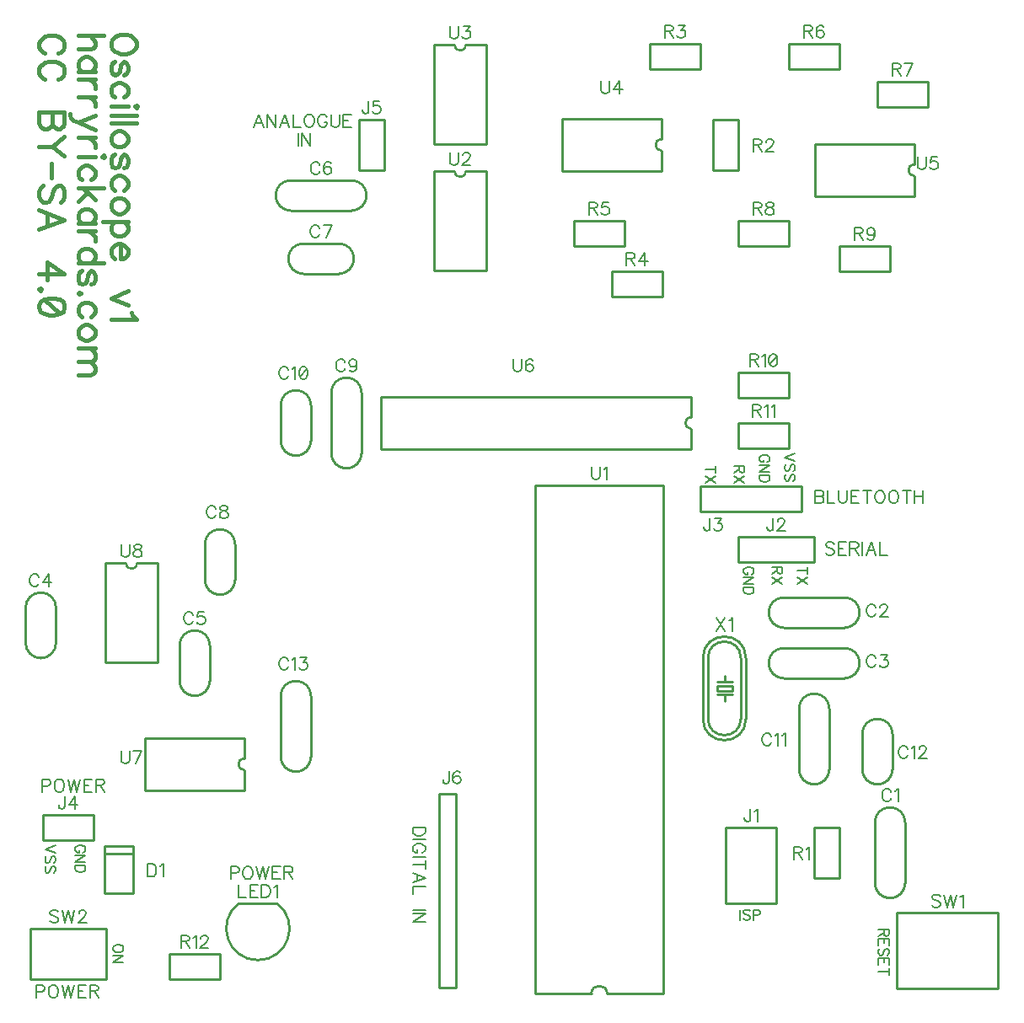
<source format=gto>
G04 DipTrace Beta 2.3.5.2*
%INscope.GTO*%
%MOIN*%
%ADD10C,0.0098*%
%ADD63C,0.0077*%
%ADD64C,0.0154*%
%ADD65C,0.0062*%
%FSLAX44Y44*%
G04*
G70*
G90*
G75*
G01*
%LNTopSilk*%
%LPD*%
X39040Y11139D2*
D10*
Y8741D1*
X37840Y11139D2*
Y8741D1*
G03X39040Y8741I600J-1D01*
G01*
Y11139D2*
G03X37840Y11139I-600J1D01*
G01*
X34241Y20040D2*
X36639D1*
X34241Y18840D2*
X36639D1*
G03X36639Y20040I1J600D01*
G01*
X34241D2*
G03X34241Y18840I-1J-600D01*
G01*
Y18040D2*
X36639D1*
X34241Y16840D2*
X36639D1*
G03X36639Y18040I1J600D01*
G01*
X34241D2*
G03X34241Y16840I-1J-600D01*
G01*
X4253Y19635D2*
Y18236D1*
X5453Y19635D2*
Y18236D1*
X4253D2*
G03X5453Y18236I600J-1D01*
G01*
Y19635D2*
G03X4253Y19635I-600J1D01*
G01*
X11540Y16741D2*
Y18139D1*
X10340Y16741D2*
Y18139D1*
X11540D2*
G03X10340Y18139I-600J1D01*
G01*
Y16741D2*
G03X11540Y16741I600J-1D01*
G01*
X14741Y36540D2*
X17139D1*
X14741Y35340D2*
X17139D1*
G03X17139Y36540I1J600D01*
G01*
X14741D2*
G03X14741Y35340I-1J-600D01*
G01*
X15241Y32840D2*
X16639D1*
X15241Y34040D2*
X16639D1*
Y32840D2*
G03X16639Y34040I1J600D01*
G01*
X15241D2*
G03X15241Y32840I-1J-600D01*
G01*
X11340Y22139D2*
Y20741D1*
X12540Y22139D2*
Y20741D1*
X11340D2*
G03X12540Y20741I600J-1D01*
G01*
Y22139D2*
G03X11340Y22139I-600J1D01*
G01*
X17540Y28139D2*
Y25741D1*
X16340Y28139D2*
Y25741D1*
G03X17540Y25741I600J-1D01*
G01*
Y28139D2*
G03X16340Y28139I-600J1D01*
G01*
X14340Y27639D2*
Y26241D1*
X15540Y27639D2*
Y26241D1*
X14340D2*
G03X15540Y26241I600J-1D01*
G01*
Y27639D2*
G03X14340Y27639I-600J1D01*
G01*
X36040Y15639D2*
Y13241D1*
X34840Y15639D2*
Y13241D1*
G03X36040Y13241I600J-1D01*
G01*
Y15639D2*
G03X34840Y15639I-600J1D01*
G01*
X37340Y14639D2*
Y13241D1*
X38540Y14639D2*
Y13241D1*
X37340D2*
G03X38540Y13241I600J-1D01*
G01*
Y14639D2*
G03X37340Y14639I-600J1D01*
G01*
X14340Y13741D2*
Y16139D1*
X15540Y13741D2*
Y16139D1*
G03X14340Y16139I-600J1D01*
G01*
Y13741D2*
G03X15540Y13741I600J-1D01*
G01*
X7389Y10211D2*
X8491D1*
Y10191D2*
Y8339D1*
X7389Y9912D2*
X8491D1*
X7389Y8339D2*
X8491D1*
X7389Y10191D2*
Y8339D1*
X33940Y10940D2*
X31940D1*
Y7940D1*
X33940D1*
Y10940D1*
X32440Y22440D2*
X35440D1*
Y21440D1*
X32440D1*
Y22440D1*
X30940Y24440D2*
X34940D1*
Y23440D1*
X30940D1*
Y24440D1*
X4940Y11440D2*
X6940D1*
Y10440D1*
X4940D1*
Y11440D1*
X18440Y38940D2*
X17440D1*
Y36940D1*
X18440D1*
Y38940D1*
X20612Y4612D2*
X21268D1*
Y12268D1*
X20612D1*
Y4612D1*
X12691Y7940D2*
X14189D1*
X12688Y7938D2*
G03X14192Y7938I752J-998D01*
G01*
X36440Y10938D2*
Y8942D1*
X35440D2*
X36440D1*
X35440Y10938D2*
Y8942D1*
Y10938D2*
X36440D1*
X31440Y36942D2*
Y38938D1*
X32440D2*
X31440D1*
X32440Y36942D2*
Y38938D1*
Y36942D2*
X31440D1*
X30938Y40940D2*
X28942D1*
Y41940D2*
Y40940D1*
X30938Y41940D2*
X28942D1*
X30938D2*
Y40940D1*
X29438Y31940D2*
X27442D1*
Y32940D2*
Y31940D1*
X29438Y32940D2*
X27442D1*
X29438D2*
Y31940D1*
X27938Y33940D2*
X25942D1*
Y34940D2*
Y33940D1*
X27938Y34940D2*
X25942D1*
X27938D2*
Y33940D1*
X36438Y40940D2*
X34442D1*
Y41940D2*
Y40940D1*
X36438Y41940D2*
X34442D1*
X36438D2*
Y40940D1*
X39938Y39440D2*
X37942D1*
Y40440D2*
Y39440D1*
X39938Y40440D2*
X37942D1*
X39938D2*
Y39440D1*
X34438Y33940D2*
X32442D1*
Y34940D2*
Y33940D1*
X34438Y34940D2*
X32442D1*
X34438D2*
Y33940D1*
X38438Y32940D2*
X36442D1*
Y33940D2*
Y32940D1*
X38438Y33940D2*
X36442D1*
X38438D2*
Y32940D1*
X32442Y28940D2*
X34438D1*
Y27940D2*
Y28940D1*
X32442Y27940D2*
X34438D1*
X32442D2*
Y28940D1*
Y26940D2*
X34438D1*
Y25940D2*
Y26940D1*
X32442Y25940D2*
X34438D1*
X32442D2*
Y26940D1*
X11938Y4940D2*
X9942D1*
Y5940D2*
Y4940D1*
X11938Y5940D2*
X9942D1*
X11938D2*
Y4940D1*
X42720Y7555D2*
X38720D1*
Y4555D1*
X42720D1*
Y7555D1*
X7440Y4940D2*
X4440D1*
Y6940D1*
X7440D1*
Y4940D1*
X29460Y4401D2*
Y24479D1*
X24420D1*
Y4401D2*
Y24479D1*
X29460Y4361D2*
X27255D1*
X24420D2*
X26625D1*
X27255D2*
G03X26625Y4361I-315J-1D01*
G01*
X22464Y36909D2*
Y32971D1*
X20416D2*
X22464D1*
X20416Y36909D2*
Y32971D1*
Y36909D2*
X21204D1*
X22464D2*
X21676D1*
X21204D2*
G03X21676Y36909I236J0D01*
G01*
X22464Y41909D2*
Y37971D1*
X20416D2*
X22464D1*
X20416Y41909D2*
Y37971D1*
Y41909D2*
X21204D1*
X22464D2*
X21676D1*
X21204D2*
G03X21676Y41909I236J0D01*
G01*
X29409Y36916D2*
X25471D1*
Y38964D2*
Y36916D1*
X29409Y38964D2*
X25471D1*
X29409D2*
Y38176D1*
Y36916D2*
Y37704D1*
Y38176D2*
G03X29409Y37704I0J-236D01*
G01*
X39409Y35916D2*
X35471D1*
Y37964D2*
Y35916D1*
X39409Y37964D2*
X35471D1*
X39409D2*
Y37176D1*
Y35916D2*
Y36704D1*
Y37176D2*
G03X39409Y36704I0J-236D01*
G01*
X30582Y25916D2*
X18298D1*
Y27964D2*
Y25916D1*
X30582Y27964D2*
X18298D1*
X30582D2*
Y27176D1*
Y25916D2*
Y26704D1*
Y27176D2*
G03X30582Y26704I0J-236D01*
G01*
X12909Y12416D2*
X8971D1*
Y14464D2*
Y12416D1*
X12909Y14464D2*
X8971D1*
X12909D2*
Y13676D1*
Y12416D2*
Y13204D1*
Y13676D2*
G03X12909Y13204I0J-236D01*
G01*
X9464Y21409D2*
Y17471D1*
X7416D2*
X9464D1*
X7416Y21409D2*
Y17471D1*
Y21409D2*
X8204D1*
X9464D2*
X8676D1*
X8204D2*
G03X8676Y21409I236J0D01*
G01*
X32740Y15240D2*
Y17640D1*
X31040Y15240D2*
Y17640D1*
X32540Y15240D2*
Y17640D1*
X31240D2*
Y15240D1*
X31590Y16340D2*
Y16540D1*
X32190D1*
Y16340D1*
X31590D1*
Y16690D2*
X31890D1*
X32190D1*
X31590Y16190D2*
X31890D1*
X32190D1*
X31890Y16690D2*
Y16940D1*
Y16190D2*
Y15940D1*
X31040Y15240D2*
G03X32740Y15240I850J0D01*
G01*
Y17640D2*
G03X31040Y17640I-850J0D01*
G01*
X31240Y15240D2*
G03X32540Y15240I650J0D01*
G01*
Y17640D2*
G03X31240Y17640I-650J0D01*
G01*
X38482Y12353D2*
D63*
X38458Y12400D1*
X38410Y12448D1*
X38363Y12472D1*
X38267D1*
X38219Y12448D1*
X38172Y12400D1*
X38147Y12353D1*
X38123Y12281D1*
Y12161D1*
X38147Y12090D1*
X38172Y12042D1*
X38219Y11994D1*
X38267Y11970D1*
X38363D1*
X38410Y11994D1*
X38458Y12042D1*
X38482Y12090D1*
X38637Y12376D2*
X38685Y12400D1*
X38757Y12472D1*
Y11970D1*
X37875Y19653D2*
X37851Y19700D1*
X37803Y19748D1*
X37755Y19772D1*
X37660D1*
X37612Y19748D1*
X37564Y19700D1*
X37540Y19653D1*
X37516Y19581D1*
Y19461D1*
X37540Y19390D1*
X37564Y19342D1*
X37612Y19294D1*
X37660Y19270D1*
X37755D1*
X37803Y19294D1*
X37851Y19342D1*
X37875Y19390D1*
X38053Y19652D2*
Y19676D1*
X38077Y19724D1*
X38101Y19748D1*
X38149Y19772D1*
X38245D1*
X38292Y19748D1*
X38316Y19724D1*
X38340Y19676D1*
Y19629D1*
X38316Y19580D1*
X38268Y19509D1*
X38029Y19270D1*
X38364D1*
X37875Y17653D2*
X37851Y17700D1*
X37803Y17748D1*
X37755Y17772D1*
X37660D1*
X37612Y17748D1*
X37564Y17700D1*
X37540Y17653D1*
X37516Y17581D1*
Y17461D1*
X37540Y17390D1*
X37564Y17342D1*
X37612Y17294D1*
X37660Y17270D1*
X37755D1*
X37803Y17294D1*
X37851Y17342D1*
X37875Y17390D1*
X38077Y17772D2*
X38340D1*
X38197Y17580D1*
X38268D1*
X38316Y17557D1*
X38340Y17533D1*
X38364Y17461D1*
Y17414D1*
X38340Y17342D1*
X38292Y17294D1*
X38220Y17270D1*
X38148D1*
X38077Y17294D1*
X38053Y17318D1*
X38029Y17365D1*
X4776Y20848D2*
X4752Y20896D1*
X4704Y20944D1*
X4657Y20968D1*
X4561D1*
X4513Y20944D1*
X4465Y20896D1*
X4441Y20848D1*
X4417Y20776D1*
Y20657D1*
X4441Y20585D1*
X4465Y20537D1*
X4513Y20490D1*
X4561Y20465D1*
X4657D1*
X4704Y20490D1*
X4752Y20537D1*
X4776Y20585D1*
X5170Y20465D2*
Y20967D1*
X4930Y20633D1*
X5289D1*
X10875Y19353D2*
X10851Y19400D1*
X10803Y19448D1*
X10755Y19472D1*
X10660D1*
X10612Y19448D1*
X10564Y19400D1*
X10540Y19353D1*
X10516Y19281D1*
Y19161D1*
X10540Y19090D1*
X10564Y19042D1*
X10612Y18994D1*
X10660Y18970D1*
X10755D1*
X10803Y18994D1*
X10851Y19042D1*
X10875Y19090D1*
X11316Y19472D2*
X11077D1*
X11053Y19257D1*
X11077Y19280D1*
X11149Y19305D1*
X11220D1*
X11292Y19280D1*
X11340Y19233D1*
X11364Y19161D1*
Y19114D1*
X11340Y19042D1*
X11292Y18994D1*
X11220Y18970D1*
X11149D1*
X11077Y18994D1*
X11053Y19018D1*
X11029Y19065D1*
X15887Y37153D2*
X15863Y37200D1*
X15815Y37248D1*
X15767Y37272D1*
X15672D1*
X15624Y37248D1*
X15576Y37200D1*
X15552Y37153D1*
X15528Y37081D1*
Y36961D1*
X15552Y36890D1*
X15576Y36842D1*
X15624Y36794D1*
X15672Y36770D1*
X15767D1*
X15815Y36794D1*
X15863Y36842D1*
X15887Y36890D1*
X16328Y37200D2*
X16304Y37248D1*
X16232Y37272D1*
X16185D1*
X16113Y37248D1*
X16065Y37176D1*
X16041Y37057D1*
Y36937D1*
X16065Y36842D1*
X16113Y36794D1*
X16185Y36770D1*
X16209D1*
X16280Y36794D1*
X16328Y36842D1*
X16352Y36914D1*
Y36937D1*
X16328Y37009D1*
X16280Y37057D1*
X16209Y37080D1*
X16185D1*
X16113Y37057D1*
X16065Y37009D1*
X16041Y36937D1*
X15875Y34653D2*
X15851Y34700D1*
X15803Y34748D1*
X15755Y34772D1*
X15660D1*
X15612Y34748D1*
X15564Y34700D1*
X15540Y34653D1*
X15516Y34581D1*
Y34461D1*
X15540Y34390D1*
X15564Y34342D1*
X15612Y34294D1*
X15660Y34270D1*
X15755D1*
X15803Y34294D1*
X15851Y34342D1*
X15875Y34390D1*
X16125Y34270D2*
X16364Y34772D1*
X16029D1*
X11775Y23553D2*
X11751Y23600D1*
X11703Y23648D1*
X11656Y23672D1*
X11560D1*
X11512Y23648D1*
X11464Y23600D1*
X11440Y23553D1*
X11416Y23481D1*
Y23361D1*
X11440Y23290D1*
X11464Y23242D1*
X11512Y23194D1*
X11560Y23170D1*
X11656D1*
X11703Y23194D1*
X11751Y23242D1*
X11775Y23290D1*
X12049Y23672D2*
X11977Y23648D1*
X11953Y23600D1*
Y23552D1*
X11977Y23505D1*
X12025Y23480D1*
X12121Y23457D1*
X12192Y23433D1*
X12240Y23385D1*
X12264Y23337D1*
Y23265D1*
X12240Y23218D1*
X12216Y23194D1*
X12144Y23170D1*
X12049D1*
X11977Y23194D1*
X11953Y23218D1*
X11929Y23265D1*
Y23337D1*
X11953Y23385D1*
X12001Y23433D1*
X12073Y23457D1*
X12168Y23480D1*
X12216Y23505D1*
X12240Y23552D1*
Y23600D1*
X12216Y23648D1*
X12144Y23672D1*
X12049D1*
X16887Y29353D2*
X16863Y29400D1*
X16815Y29448D1*
X16767Y29472D1*
X16672D1*
X16623Y29448D1*
X16576Y29400D1*
X16552Y29353D1*
X16528Y29281D1*
Y29161D1*
X16552Y29090D1*
X16576Y29042D1*
X16623Y28994D1*
X16672Y28970D1*
X16767D1*
X16815Y28994D1*
X16863Y29042D1*
X16887Y29090D1*
X17352Y29305D2*
X17328Y29233D1*
X17280Y29185D1*
X17208Y29161D1*
X17185D1*
X17113Y29185D1*
X17065Y29233D1*
X17041Y29305D1*
Y29329D1*
X17065Y29400D1*
X17113Y29448D1*
X17185Y29472D1*
X17208D1*
X17280Y29448D1*
X17328Y29400D1*
X17352Y29305D1*
Y29185D1*
X17328Y29065D1*
X17280Y28994D1*
X17208Y28970D1*
X17161D1*
X17089Y28994D1*
X17065Y29042D1*
X14638Y29053D2*
X14614Y29100D1*
X14566Y29148D1*
X14518Y29172D1*
X14423D1*
X14374Y29148D1*
X14327Y29100D1*
X14303Y29053D1*
X14279Y28981D1*
Y28861D1*
X14303Y28790D1*
X14327Y28742D1*
X14374Y28694D1*
X14423Y28670D1*
X14518D1*
X14566Y28694D1*
X14614Y28742D1*
X14638Y28790D1*
X14792Y29076D2*
X14840Y29100D1*
X14912Y29172D1*
Y28670D1*
X15210Y29172D2*
X15138Y29148D1*
X15090Y29076D1*
X15066Y28957D1*
Y28885D1*
X15090Y28765D1*
X15138Y28694D1*
X15210Y28670D1*
X15257D1*
X15329Y28694D1*
X15377Y28765D1*
X15401Y28885D1*
Y28957D1*
X15377Y29076D1*
X15329Y29148D1*
X15257Y29172D1*
X15210D1*
X15377Y29076D2*
X15090Y28765D1*
X33745Y14553D2*
X33721Y14600D1*
X33673Y14648D1*
X33626Y14672D1*
X33530D1*
X33482Y14648D1*
X33434Y14600D1*
X33410Y14553D1*
X33386Y14481D1*
Y14361D1*
X33410Y14290D1*
X33434Y14242D1*
X33482Y14194D1*
X33530Y14170D1*
X33626D1*
X33673Y14194D1*
X33721Y14242D1*
X33745Y14290D1*
X33899Y14576D2*
X33947Y14600D1*
X34019Y14672D1*
Y14170D1*
X34174Y14576D2*
X34222Y14600D1*
X34294Y14672D1*
Y14170D1*
X39138Y14053D2*
X39114Y14100D1*
X39066Y14148D1*
X39018Y14172D1*
X38923D1*
X38874Y14148D1*
X38827Y14100D1*
X38803Y14053D1*
X38779Y13981D1*
Y13861D1*
X38803Y13790D1*
X38827Y13742D1*
X38874Y13694D1*
X38923Y13670D1*
X39018D1*
X39066Y13694D1*
X39114Y13742D1*
X39138Y13790D1*
X39292Y14076D2*
X39340Y14100D1*
X39412Y14172D1*
Y13670D1*
X39591Y14052D2*
Y14076D1*
X39614Y14124D1*
X39638Y14148D1*
X39686Y14172D1*
X39782D1*
X39829Y14148D1*
X39853Y14124D1*
X39877Y14076D1*
Y14029D1*
X39853Y13980D1*
X39806Y13909D1*
X39566Y13670D1*
X39901D1*
X14638Y17553D2*
X14614Y17600D1*
X14566Y17648D1*
X14518Y17672D1*
X14423D1*
X14374Y17648D1*
X14327Y17600D1*
X14303Y17553D1*
X14279Y17481D1*
Y17361D1*
X14303Y17290D1*
X14327Y17242D1*
X14374Y17194D1*
X14423Y17170D1*
X14518D1*
X14566Y17194D1*
X14614Y17242D1*
X14638Y17290D1*
X14792Y17576D2*
X14840Y17600D1*
X14912Y17672D1*
Y17170D1*
X15114Y17672D2*
X15377D1*
X15234Y17480D1*
X15306D1*
X15353Y17457D1*
X15377Y17433D1*
X15401Y17361D1*
Y17314D1*
X15377Y17242D1*
X15329Y17194D1*
X15257Y17170D1*
X15186D1*
X15114Y17194D1*
X15091Y17218D1*
X15066Y17265D1*
X9084Y9497D2*
Y8995D1*
X9252D1*
X9324Y9019D1*
X9372Y9066D1*
X9395Y9115D1*
X9419Y9186D1*
Y9306D1*
X9395Y9378D1*
X9372Y9425D1*
X9324Y9473D1*
X9252Y9497D1*
X9084D1*
X9574Y9401D2*
X9622Y9425D1*
X9693Y9496D1*
Y8995D1*
X32922Y11672D2*
Y11290D1*
X32899Y11218D1*
X32874Y11194D1*
X32827Y11170D1*
X32779D1*
X32731Y11194D1*
X32707Y11218D1*
X32683Y11290D1*
Y11337D1*
X33077Y11576D2*
X33125Y11600D1*
X33197Y11672D1*
Y11170D1*
X33815Y23172D2*
Y22790D1*
X33791Y22718D1*
X33767Y22694D1*
X33719Y22670D1*
X33671D1*
X33624Y22694D1*
X33600Y22718D1*
X33576Y22790D1*
Y22837D1*
X33994Y23052D2*
Y23076D1*
X34017Y23124D1*
X34041Y23148D1*
X34089Y23172D1*
X34185D1*
X34232Y23148D1*
X34256Y23124D1*
X34281Y23076D1*
Y23029D1*
X34256Y22980D1*
X34209Y22909D1*
X33969Y22670D1*
X34304D1*
X31315Y23172D2*
Y22790D1*
X31291Y22718D1*
X31267Y22694D1*
X31219Y22670D1*
X31171D1*
X31124Y22694D1*
X31100Y22718D1*
X31076Y22790D1*
Y22837D1*
X31517Y23172D2*
X31780D1*
X31637Y22980D1*
X31709D1*
X31756Y22957D1*
X31780Y22933D1*
X31804Y22861D1*
Y22814D1*
X31780Y22742D1*
X31732Y22694D1*
X31661Y22670D1*
X31589D1*
X31517Y22694D1*
X31494Y22718D1*
X31469Y22765D1*
X5803Y12172D2*
Y11790D1*
X5779Y11718D1*
X5755Y11694D1*
X5707Y11670D1*
X5659D1*
X5612Y11694D1*
X5588Y11718D1*
X5564Y11790D1*
Y11837D1*
X6197Y11670D2*
Y12172D1*
X5958Y11837D1*
X6316D1*
X17815Y39672D2*
Y39290D1*
X17791Y39218D1*
X17767Y39194D1*
X17719Y39170D1*
X17671D1*
X17624Y39194D1*
X17600Y39218D1*
X17576Y39290D1*
Y39337D1*
X18256Y39672D2*
X18017D1*
X17994Y39457D1*
X18017Y39480D1*
X18089Y39505D1*
X18161D1*
X18232Y39480D1*
X18281Y39433D1*
X18304Y39361D1*
Y39314D1*
X18281Y39242D1*
X18232Y39194D1*
X18161Y39170D1*
X18089D1*
X18017Y39194D1*
X17994Y39218D1*
X17969Y39265D1*
X20999Y13172D2*
Y12790D1*
X20975Y12718D1*
X20951Y12694D1*
X20903Y12670D1*
X20855D1*
X20808Y12694D1*
X20784Y12718D1*
X20760Y12790D1*
Y12837D1*
X21440Y13100D2*
X21417Y13148D1*
X21345Y13172D1*
X21297D1*
X21225Y13148D1*
X21177Y13076D1*
X21153Y12957D1*
Y12837D1*
X21177Y12742D1*
X21225Y12694D1*
X21297Y12670D1*
X21321D1*
X21392Y12694D1*
X21440Y12742D1*
X21464Y12814D1*
Y12837D1*
X21440Y12909D1*
X21392Y12957D1*
X21321Y12980D1*
X21297D1*
X21225Y12957D1*
X21177Y12909D1*
X21153Y12837D1*
X12682Y8672D2*
Y8170D1*
X12969D1*
X13434Y8672D2*
X13123D1*
Y8170D1*
X13434D1*
X13123Y8433D2*
X13315D1*
X13588Y8672D2*
Y8170D1*
X13756D1*
X13828Y8194D1*
X13876Y8242D1*
X13900Y8290D1*
X13923Y8361D1*
Y8481D1*
X13900Y8553D1*
X13876Y8600D1*
X13828Y8648D1*
X13756Y8672D1*
X13588D1*
X14078Y8576D2*
X14126Y8600D1*
X14198Y8672D1*
Y8170D1*
X34635Y9933D2*
X34850D1*
X34922Y9957D1*
X34947Y9981D1*
X34970Y10029D1*
Y10077D1*
X34947Y10124D1*
X34922Y10148D1*
X34850Y10172D1*
X34635D1*
Y9670D1*
X34803Y9933D2*
X34970Y9670D1*
X35125Y10076D2*
X35173Y10100D1*
X35245Y10172D1*
Y9670D1*
X33028Y37933D2*
X33243D1*
X33315Y37957D1*
X33339Y37981D1*
X33363Y38029D1*
Y38077D1*
X33339Y38124D1*
X33315Y38148D1*
X33243Y38172D1*
X33028D1*
Y37670D1*
X33195Y37933D2*
X33363Y37670D1*
X33542Y38052D2*
Y38076D1*
X33565Y38124D1*
X33589Y38148D1*
X33637Y38172D1*
X33733D1*
X33780Y38148D1*
X33804Y38124D1*
X33828Y38076D1*
Y38029D1*
X33804Y37980D1*
X33757Y37909D1*
X33517Y37670D1*
X33852D1*
X29528Y42433D2*
X29743D1*
X29815Y42457D1*
X29839Y42481D1*
X29863Y42529D1*
Y42577D1*
X29839Y42624D1*
X29815Y42648D1*
X29743Y42672D1*
X29528D1*
Y42170D1*
X29695Y42433D2*
X29863Y42170D1*
X30065Y42672D2*
X30328D1*
X30185Y42480D1*
X30257D1*
X30304Y42457D1*
X30328Y42433D1*
X30352Y42361D1*
Y42314D1*
X30328Y42242D1*
X30280Y42194D1*
X30208Y42170D1*
X30137D1*
X30065Y42194D1*
X30042Y42218D1*
X30017Y42265D1*
X28016Y33433D2*
X28231D1*
X28303Y33457D1*
X28327Y33481D1*
X28351Y33529D1*
Y33577D1*
X28327Y33624D1*
X28303Y33648D1*
X28231Y33672D1*
X28016D1*
Y33170D1*
X28183Y33433D2*
X28351Y33170D1*
X28745D2*
Y33672D1*
X28505Y33337D1*
X28864D1*
X26528Y35433D2*
X26743D1*
X26815Y35457D1*
X26839Y35481D1*
X26863Y35529D1*
Y35577D1*
X26839Y35624D1*
X26815Y35648D1*
X26743Y35672D1*
X26528D1*
Y35170D1*
X26695Y35433D2*
X26863Y35170D1*
X27304Y35672D2*
X27065D1*
X27042Y35457D1*
X27065Y35480D1*
X27137Y35505D1*
X27208D1*
X27280Y35480D1*
X27328Y35433D1*
X27352Y35361D1*
Y35314D1*
X27328Y35242D1*
X27280Y35194D1*
X27208Y35170D1*
X27137D1*
X27065Y35194D1*
X27042Y35218D1*
X27017Y35265D1*
X35040Y42433D2*
X35255D1*
X35327Y42457D1*
X35351Y42481D1*
X35375Y42529D1*
Y42577D1*
X35351Y42624D1*
X35327Y42648D1*
X35255Y42672D1*
X35040D1*
Y42170D1*
X35207Y42433D2*
X35375Y42170D1*
X35816Y42600D2*
X35792Y42648D1*
X35721Y42672D1*
X35673D1*
X35601Y42648D1*
X35553Y42576D1*
X35529Y42457D1*
Y42337D1*
X35553Y42242D1*
X35601Y42194D1*
X35673Y42170D1*
X35697D1*
X35768Y42194D1*
X35816Y42242D1*
X35840Y42314D1*
Y42337D1*
X35816Y42409D1*
X35768Y42457D1*
X35697Y42480D1*
X35673D1*
X35601Y42457D1*
X35553Y42409D1*
X35529Y42337D1*
X38528Y40933D2*
X38743D1*
X38815Y40957D1*
X38839Y40981D1*
X38863Y41029D1*
Y41077D1*
X38839Y41124D1*
X38815Y41148D1*
X38743Y41172D1*
X38528D1*
Y40670D1*
X38695Y40933D2*
X38863Y40670D1*
X39113D2*
X39352Y41172D1*
X39017D1*
X33028Y35433D2*
X33243D1*
X33315Y35457D1*
X33339Y35481D1*
X33363Y35529D1*
Y35577D1*
X33339Y35624D1*
X33315Y35648D1*
X33243Y35672D1*
X33028D1*
Y35170D1*
X33196Y35433D2*
X33363Y35170D1*
X33637Y35672D2*
X33566Y35648D1*
X33541Y35600D1*
Y35552D1*
X33566Y35505D1*
X33613Y35480D1*
X33709Y35457D1*
X33781Y35433D1*
X33828Y35385D1*
X33852Y35337D1*
Y35265D1*
X33828Y35218D1*
X33804Y35194D1*
X33732Y35170D1*
X33637D1*
X33566Y35194D1*
X33541Y35218D1*
X33517Y35265D1*
Y35337D1*
X33541Y35385D1*
X33589Y35433D1*
X33661Y35457D1*
X33756Y35480D1*
X33804Y35505D1*
X33828Y35552D1*
Y35600D1*
X33804Y35648D1*
X33732Y35672D1*
X33637D1*
X37040Y34433D2*
X37255D1*
X37327Y34457D1*
X37351Y34481D1*
X37375Y34529D1*
Y34577D1*
X37351Y34624D1*
X37327Y34648D1*
X37255Y34672D1*
X37040D1*
Y34170D1*
X37207Y34433D2*
X37375Y34170D1*
X37840Y34505D2*
X37816Y34433D1*
X37768Y34385D1*
X37697Y34361D1*
X37673D1*
X37601Y34385D1*
X37553Y34433D1*
X37529Y34505D1*
Y34529D1*
X37553Y34600D1*
X37601Y34648D1*
X37673Y34672D1*
X37697D1*
X37768Y34648D1*
X37816Y34600D1*
X37840Y34505D1*
Y34385D1*
X37816Y34265D1*
X37768Y34194D1*
X37697Y34170D1*
X37649D1*
X37577Y34194D1*
X37553Y34242D1*
X32891Y29433D2*
X33106D1*
X33178Y29457D1*
X33202Y29481D1*
X33226Y29529D1*
Y29577D1*
X33202Y29624D1*
X33178Y29648D1*
X33106Y29672D1*
X32891D1*
Y29170D1*
X33058Y29433D2*
X33226Y29170D1*
X33380Y29576D2*
X33428Y29600D1*
X33500Y29672D1*
Y29170D1*
X33798Y29672D2*
X33726Y29648D1*
X33678Y29576D1*
X33654Y29457D1*
Y29385D1*
X33678Y29265D1*
X33726Y29194D1*
X33798Y29170D1*
X33846D1*
X33917Y29194D1*
X33965Y29265D1*
X33989Y29385D1*
Y29457D1*
X33965Y29576D1*
X33917Y29648D1*
X33846Y29672D1*
X33798D1*
X33965Y29576D2*
X33678Y29265D1*
X32998Y27433D2*
X33213D1*
X33285Y27457D1*
X33309Y27481D1*
X33333Y27529D1*
Y27577D1*
X33309Y27624D1*
X33285Y27648D1*
X33213Y27672D1*
X32998D1*
Y27170D1*
X33166Y27433D2*
X33333Y27170D1*
X33488Y27576D2*
X33536Y27600D1*
X33607Y27672D1*
Y27170D1*
X33762Y27576D2*
X33810Y27600D1*
X33882Y27672D1*
Y27170D1*
X10391Y6433D2*
X10606D1*
X10678Y6457D1*
X10702Y6481D1*
X10726Y6529D1*
Y6577D1*
X10702Y6624D1*
X10678Y6648D1*
X10606Y6672D1*
X10391D1*
Y6170D1*
X10558Y6433D2*
X10726Y6170D1*
X10880Y6576D2*
X10928Y6600D1*
X11000Y6672D1*
Y6170D1*
X11179Y6552D2*
Y6576D1*
X11202Y6624D1*
X11226Y6648D1*
X11274Y6672D1*
X11370D1*
X11417Y6648D1*
X11441Y6624D1*
X11466Y6576D1*
Y6529D1*
X11441Y6480D1*
X11394Y6409D1*
X11154Y6170D1*
X11489D1*
X40434Y8215D2*
X40386Y8263D1*
X40314Y8287D1*
X40219D1*
X40147Y8263D1*
X40099Y8215D1*
Y8168D1*
X40123Y8120D1*
X40147Y8096D1*
X40194Y8072D1*
X40338Y8024D1*
X40386Y8000D1*
X40410Y7976D1*
X40434Y7929D1*
Y7857D1*
X40386Y7809D1*
X40314Y7785D1*
X40219D1*
X40147Y7809D1*
X40099Y7857D1*
X40588Y8287D2*
X40708Y7785D1*
X40827Y8287D1*
X40947Y7785D1*
X41067Y8287D1*
X41221Y8191D2*
X41269Y8215D1*
X41341Y8287D1*
Y7785D1*
X5546Y7600D2*
X5499Y7648D1*
X5427Y7672D1*
X5331D1*
X5259Y7648D1*
X5211Y7600D1*
Y7553D1*
X5236Y7505D1*
X5259Y7481D1*
X5307Y7457D1*
X5451Y7409D1*
X5499Y7385D1*
X5523Y7361D1*
X5546Y7314D1*
Y7242D1*
X5499Y7194D1*
X5427Y7170D1*
X5331D1*
X5259Y7194D1*
X5211Y7242D1*
X5701Y7672D2*
X5821Y7170D1*
X5940Y7672D1*
X6059Y7170D1*
X6179Y7672D1*
X6358Y7552D2*
Y7576D1*
X6382Y7624D1*
X6406Y7648D1*
X6454Y7672D1*
X6549D1*
X6597Y7648D1*
X6621Y7624D1*
X6645Y7576D1*
Y7529D1*
X6621Y7480D1*
X6573Y7409D1*
X6334Y7170D1*
X6669D1*
X26635Y25212D2*
Y24853D1*
X26659Y24781D1*
X26707Y24734D1*
X26779Y24709D1*
X26827D1*
X26898Y24734D1*
X26947Y24781D1*
X26970Y24853D1*
Y25212D1*
X27125Y25115D2*
X27173Y25140D1*
X27245Y25211D1*
Y24709D1*
X21028Y37641D2*
Y37282D1*
X21052Y37210D1*
X21100Y37163D1*
X21172Y37138D1*
X21219D1*
X21291Y37163D1*
X21339Y37210D1*
X21363Y37282D1*
Y37641D1*
X21542Y37521D2*
Y37545D1*
X21565Y37593D1*
X21589Y37616D1*
X21637Y37640D1*
X21733D1*
X21780Y37616D1*
X21804Y37593D1*
X21828Y37545D1*
Y37497D1*
X21804Y37449D1*
X21757Y37378D1*
X21517Y37138D1*
X21852D1*
X21028Y42641D2*
Y42282D1*
X21052Y42210D1*
X21100Y42163D1*
X21172Y42138D1*
X21219D1*
X21291Y42163D1*
X21339Y42210D1*
X21363Y42282D1*
Y42641D1*
X21565Y42640D2*
X21828D1*
X21685Y42449D1*
X21757D1*
X21804Y42425D1*
X21828Y42401D1*
X21852Y42330D1*
Y42282D1*
X21828Y42210D1*
X21780Y42162D1*
X21708Y42138D1*
X21637D1*
X21565Y42162D1*
X21542Y42186D1*
X21517Y42234D1*
X27016Y40468D2*
Y40109D1*
X27040Y40037D1*
X27088Y39989D1*
X27160Y39965D1*
X27207D1*
X27279Y39989D1*
X27327Y40037D1*
X27351Y40109D1*
Y40468D1*
X27745Y39965D2*
Y40467D1*
X27505Y40133D1*
X27864D1*
X39528Y37468D2*
Y37109D1*
X39552Y37037D1*
X39600Y36989D1*
X39672Y36965D1*
X39719D1*
X39791Y36989D1*
X39839Y37037D1*
X39863Y37109D1*
Y37468D1*
X40304Y37467D2*
X40065D1*
X40042Y37252D1*
X40065Y37276D1*
X40137Y37300D1*
X40208D1*
X40280Y37276D1*
X40328Y37228D1*
X40352Y37156D1*
Y37109D1*
X40328Y37037D1*
X40280Y36989D1*
X40208Y36965D1*
X40137D1*
X40065Y36989D1*
X40042Y37013D1*
X40017Y37061D1*
X23540Y29468D2*
Y29109D1*
X23564Y29037D1*
X23612Y28989D1*
X23684Y28965D1*
X23731D1*
X23803Y28989D1*
X23851Y29037D1*
X23875Y29109D1*
Y29468D1*
X24316Y29396D2*
X24292Y29443D1*
X24221Y29467D1*
X24173D1*
X24101Y29443D1*
X24053Y29371D1*
X24029Y29252D1*
Y29133D1*
X24053Y29037D1*
X24101Y28989D1*
X24173Y28965D1*
X24197D1*
X24268Y28989D1*
X24316Y29037D1*
X24340Y29109D1*
Y29133D1*
X24316Y29204D1*
X24268Y29252D1*
X24197Y29276D1*
X24173D1*
X24101Y29252D1*
X24053Y29204D1*
X24029Y29133D1*
X8028Y13968D2*
Y13609D1*
X8052Y13537D1*
X8100Y13489D1*
X8172Y13465D1*
X8219D1*
X8291Y13489D1*
X8339Y13537D1*
X8363Y13609D1*
Y13968D1*
X8613Y13465D2*
X8852Y13967D1*
X8517D1*
X8028Y22141D2*
Y21782D1*
X8052Y21710D1*
X8100Y21663D1*
X8172Y21638D1*
X8219D1*
X8291Y21663D1*
X8339Y21710D1*
X8363Y21782D1*
Y22141D1*
X8637Y22140D2*
X8566Y22116D1*
X8541Y22069D1*
Y22021D1*
X8566Y21973D1*
X8613Y21949D1*
X8709Y21925D1*
X8781Y21901D1*
X8828Y21853D1*
X8852Y21806D1*
Y21734D1*
X8828Y21686D1*
X8804Y21662D1*
X8732Y21638D1*
X8637D1*
X8566Y21662D1*
X8541Y21686D1*
X8517Y21734D1*
Y21806D1*
X8541Y21853D1*
X8589Y21901D1*
X8661Y21925D1*
X8756Y21949D1*
X8804Y21973D1*
X8828Y22021D1*
Y22069D1*
X8804Y22116D1*
X8732Y22140D1*
X8637D1*
X31585Y19222D2*
X31920Y18720D1*
Y19222D2*
X31585Y18720D1*
X32075Y19126D2*
X32123Y19150D1*
X32195Y19222D1*
Y18720D1*
X8631Y42018D2*
D64*
X8583Y42115D1*
X8487Y42210D1*
X8392Y42258D1*
X8248Y42306D1*
X8008D1*
X7866Y42258D1*
X7770Y42210D1*
X7674Y42115D1*
X7626Y42018D1*
Y41827D1*
X7674Y41732D1*
X7770Y41636D1*
X7866Y41588D1*
X8008Y41541D1*
X8248D1*
X8392Y41588D1*
X8487Y41636D1*
X8583Y41732D1*
X8631Y41827D1*
Y42018D1*
X8152Y40706D2*
X8248Y40754D1*
X8296Y40897D1*
Y41041D1*
X8248Y41185D1*
X8152Y41232D1*
X8057Y41185D1*
X8008Y41088D1*
X7961Y40850D1*
X7913Y40754D1*
X7817Y40706D1*
X7770D1*
X7674Y40754D1*
X7626Y40897D1*
Y41041D1*
X7674Y41185D1*
X7770Y41232D1*
X8152Y39822D2*
X8248Y39919D1*
X8296Y40015D1*
Y40157D1*
X8248Y40254D1*
X8152Y40349D1*
X8008Y40397D1*
X7913D1*
X7770Y40349D1*
X7674Y40254D1*
X7626Y40157D1*
Y40015D1*
X7674Y39919D1*
X7770Y39822D1*
X8631Y39514D2*
X8583Y39466D1*
X8631Y39417D1*
X8679Y39466D1*
X8631Y39514D1*
X8296Y39466D2*
X7626D1*
X8631Y39109D2*
X7626D1*
X8631Y38800D2*
X7626D1*
X8296Y38252D2*
X8248Y38347D1*
X8152Y38444D1*
X8008Y38491D1*
X7913D1*
X7770Y38444D1*
X7674Y38347D1*
X7626Y38252D1*
Y38109D1*
X7674Y38012D1*
X7770Y37917D1*
X7913Y37869D1*
X8008D1*
X8152Y37917D1*
X8248Y38012D1*
X8296Y38109D1*
Y38252D1*
X8152Y37034D2*
X8248Y37081D1*
X8296Y37225D1*
Y37369D1*
X8248Y37512D1*
X8152Y37560D1*
X8057Y37512D1*
X8008Y37416D1*
X7961Y37178D1*
X7913Y37081D1*
X7817Y37034D1*
X7770D1*
X7674Y37081D1*
X7626Y37225D1*
Y37369D1*
X7674Y37512D1*
X7770Y37560D1*
X8152Y36150D2*
X8248Y36246D1*
X8296Y36343D1*
Y36485D1*
X8248Y36581D1*
X8152Y36676D1*
X8008Y36725D1*
X7913D1*
X7770Y36676D1*
X7674Y36581D1*
X7626Y36485D1*
Y36343D1*
X7674Y36246D1*
X7770Y36150D1*
X8296Y35603D2*
X8248Y35698D1*
X8152Y35794D1*
X8008Y35841D1*
X7913D1*
X7770Y35794D1*
X7674Y35698D1*
X7626Y35603D1*
Y35459D1*
X7674Y35363D1*
X7770Y35268D1*
X7913Y35219D1*
X8008D1*
X8152Y35268D1*
X8248Y35363D1*
X8296Y35459D1*
Y35603D1*
Y34910D2*
X7291D1*
X8152D2*
X8247Y34814D1*
X8296Y34719D1*
Y34575D1*
X8247Y34479D1*
X8152Y34384D1*
X8008Y34336D1*
X7912D1*
X7770Y34384D1*
X7673Y34479D1*
X7626Y34575D1*
Y34719D1*
X7673Y34814D1*
X7770Y34910D1*
X8008Y34027D2*
Y33453D1*
X8104D1*
X8201Y33501D1*
X8248Y33548D1*
X8296Y33644D1*
Y33788D1*
X8248Y33883D1*
X8152Y33979D1*
X8008Y34027D1*
X7913D1*
X7770Y33979D1*
X7674Y33883D1*
X7626Y33788D1*
Y33644D1*
X7674Y33548D1*
X7770Y33453D1*
X8296Y32172D2*
X7626Y31885D1*
X8296Y31599D1*
X8438Y31290D2*
X8487Y31194D1*
X8630Y31050D1*
X7626D1*
X5546Y41555D2*
X5641Y41603D1*
X5737Y41699D1*
X5785Y41794D1*
Y41985D1*
X5737Y42082D1*
X5641Y42177D1*
X5546Y42225D1*
X5403Y42273D1*
X5163D1*
X5020Y42225D1*
X4924Y42177D1*
X4829Y42082D1*
X4780Y41985D1*
Y41794D1*
X4829Y41699D1*
X4924Y41603D1*
X5020Y41555D1*
X5546Y40529D2*
X5641Y40577D1*
X5737Y40673D1*
X5785Y40768D1*
Y40959D1*
X5737Y41055D1*
X5641Y41150D1*
X5546Y41199D1*
X5403Y41247D1*
X5163D1*
X5020Y41199D1*
X4924Y41150D1*
X4829Y41055D1*
X4780Y40959D1*
Y40768D1*
X4829Y40673D1*
X4924Y40577D1*
X5020Y40529D1*
X5785Y39248D2*
X4780D1*
Y38817D1*
X4829Y38674D1*
X4876Y38626D1*
X4971Y38578D1*
X5115D1*
X5211Y38626D1*
X5259Y38674D1*
X5306Y38817D1*
X5355Y38674D1*
X5403Y38626D1*
X5498Y38578D1*
X5594D1*
X5689Y38626D1*
X5737Y38674D1*
X5785Y38817D1*
Y39248D1*
X5306D2*
Y38817D1*
X5785Y38270D2*
X5306Y37887D1*
X4780D1*
X5785Y37505D2*
X5306Y37887D1*
X5282Y37196D2*
Y36643D1*
X5641Y35665D2*
X5737Y35760D1*
X5785Y35903D1*
Y36095D1*
X5737Y36238D1*
X5641Y36335D1*
X5546D1*
X5450Y36286D1*
X5403Y36238D1*
X5355Y36143D1*
X5259Y35856D1*
X5211Y35760D1*
X5163Y35712D1*
X5068Y35665D1*
X4924D1*
X4829Y35760D1*
X4780Y35903D1*
Y36095D1*
X4829Y36238D1*
X4924Y36335D1*
X4780Y34590D2*
X5785Y34973D1*
X4780Y35356D1*
X5115Y35212D2*
Y34734D1*
X4780Y32830D2*
X5784D1*
X5115Y33309D1*
Y32592D1*
X4876Y32235D2*
X4828Y32283D1*
X4780Y32235D1*
X4828Y32187D1*
X4876Y32235D1*
X5784Y31590D2*
X5736Y31734D1*
X5593Y31830D1*
X5354Y31878D1*
X5210D1*
X4971Y31830D1*
X4828Y31734D1*
X4780Y31590D1*
Y31495D1*
X4828Y31352D1*
X4971Y31257D1*
X5210Y31208D1*
X5354D1*
X5593Y31257D1*
X5736Y31352D1*
X5784Y31495D1*
Y31590D1*
X5593Y31257D2*
X4971Y31830D1*
X7335Y42260D2*
X6330D1*
X6809D2*
X6952Y42116D1*
X7000Y42020D1*
Y41877D1*
X6952Y41781D1*
X6809Y41734D1*
X6330D1*
X7000Y40851D2*
X6330D1*
X6856D2*
X6952Y40947D1*
X7000Y41043D1*
Y41185D1*
X6952Y41281D1*
X6856Y41377D1*
X6713Y41425D1*
X6617D1*
X6474Y41377D1*
X6379Y41281D1*
X6330Y41185D1*
Y41043D1*
X6379Y40947D1*
X6474Y40851D1*
X7000Y40543D2*
X6330D1*
X6713D2*
X6856Y40494D1*
X6952Y40399D1*
X7000Y40303D1*
Y40159D1*
Y39850D2*
X6330D1*
X6713D2*
X6856Y39802D1*
X6952Y39707D1*
X7000Y39610D1*
Y39467D1*
Y39109D2*
X6330Y38823D1*
X6139Y38918D1*
X6043Y39014D1*
X5995Y39109D1*
Y39158D1*
X7000Y38536D2*
X6330Y38823D1*
X7000Y38227D2*
X6330D1*
X6713D2*
X6856Y38178D1*
X6952Y38083D1*
X7000Y37987D1*
Y37843D1*
X7335Y37534D2*
X7287Y37487D1*
X7335Y37438D1*
X7384Y37487D1*
X7335Y37534D1*
X7000Y37487D2*
X6330D1*
X6856Y36555D2*
X6952Y36651D1*
X7000Y36747D1*
Y36890D1*
X6952Y36986D1*
X6856Y37081D1*
X6713Y37130D1*
X6617D1*
X6474Y37081D1*
X6379Y36986D1*
X6330Y36890D1*
Y36747D1*
X6379Y36651D1*
X6474Y36555D1*
X7335Y36246D2*
X6330D1*
X7000Y35767D2*
X6521Y36246D1*
X6713Y36055D2*
X6330Y35720D1*
X7000Y34837D2*
X6330D1*
X6856D2*
X6952Y34932D1*
X7000Y35029D1*
Y35171D1*
X6952Y35267D1*
X6856Y35362D1*
X6713Y35411D1*
X6617D1*
X6474Y35362D1*
X6379Y35267D1*
X6330Y35171D1*
Y35029D1*
X6379Y34932D1*
X6474Y34837D1*
X7000Y34529D2*
X6330D1*
X6713D2*
X6856Y34480D1*
X6952Y34385D1*
X7000Y34289D1*
Y34145D1*
X7335Y33262D2*
X6330D1*
X6856D2*
X6952Y33358D1*
X7000Y33454D1*
Y33597D1*
X6952Y33692D1*
X6856Y33789D1*
X6713Y33836D1*
X6617D1*
X6474Y33789D1*
X6379Y33692D1*
X6330Y33597D1*
Y33454D1*
X6379Y33358D1*
X6474Y33262D1*
X6856Y32428D2*
X6952Y32475D1*
X7000Y32619D1*
Y32762D1*
X6952Y32906D1*
X6856Y32954D1*
X6761Y32906D1*
X6713Y32810D1*
X6665Y32571D1*
X6617Y32475D1*
X6521Y32428D1*
X6474D1*
X6379Y32475D1*
X6330Y32619D1*
Y32762D1*
X6379Y32906D1*
X6474Y32954D1*
X6426Y32071D2*
X6378Y32119D1*
X6330Y32071D1*
X6378Y32023D1*
X6426Y32071D1*
X6856Y31139D2*
X6952Y31235D1*
X7000Y31331D1*
Y31474D1*
X6952Y31570D1*
X6856Y31665D1*
X6713Y31714D1*
X6617D1*
X6474Y31665D1*
X6379Y31570D1*
X6330Y31474D1*
Y31331D1*
X6379Y31235D1*
X6474Y31139D1*
X7000Y30591D2*
X6952Y30686D1*
X6856Y30783D1*
X6713Y30830D1*
X6617D1*
X6474Y30783D1*
X6379Y30686D1*
X6330Y30591D1*
Y30448D1*
X6379Y30352D1*
X6474Y30256D1*
X6617Y30208D1*
X6713D1*
X6856Y30256D1*
X6952Y30352D1*
X7000Y30448D1*
Y30591D1*
Y29899D2*
X6330D1*
X6809D2*
X6952Y29755D1*
X7000Y29659D1*
Y29517D1*
X6952Y29420D1*
X6809Y29373D1*
X6330D1*
X6809D2*
X6952Y29229D1*
X7000Y29133D1*
Y28990D1*
X6952Y28894D1*
X6809Y28846D1*
X6330D1*
X12358Y9132D2*
D63*
X12574D1*
X12645Y9156D1*
X12670Y9180D1*
X12693Y9228D1*
Y9300D1*
X12670Y9347D1*
X12645Y9372D1*
X12574Y9395D1*
X12358D1*
Y8893D1*
X12991Y9395D2*
X12943Y9372D1*
X12896Y9324D1*
X12871Y9276D1*
X12848Y9204D1*
Y9084D1*
X12871Y9013D1*
X12896Y8965D1*
X12943Y8917D1*
X12991Y8893D1*
X13087D1*
X13135Y8917D1*
X13183Y8965D1*
X13206Y9013D1*
X13230Y9084D1*
Y9204D1*
X13206Y9276D1*
X13183Y9324D1*
X13135Y9372D1*
X13087Y9395D1*
X12991D1*
X13385D2*
X13504Y8893D1*
X13624Y9395D1*
X13743Y8893D1*
X13863Y9395D1*
X14328D2*
X14018D1*
Y8893D1*
X14328D1*
X14018Y9156D2*
X14209D1*
X14483D2*
X14698D1*
X14769Y9180D1*
X14794Y9204D1*
X14817Y9252D1*
Y9300D1*
X14794Y9347D1*
X14769Y9372D1*
X14698Y9395D1*
X14483D1*
Y8893D1*
X14650Y9156D2*
X14817Y8893D1*
X20060Y10944D2*
X19558D1*
Y10776D1*
X19582Y10704D1*
X19629Y10656D1*
X19678Y10632D1*
X19749Y10609D1*
X19869D1*
X19941Y10632D1*
X19988Y10656D1*
X20036Y10704D1*
X20060Y10776D1*
Y10944D1*
Y10454D2*
X19558D1*
X19941Y9941D2*
X19988Y9965D1*
X20036Y10013D1*
X20060Y10061D1*
Y10156D1*
X20036Y10204D1*
X19988Y10252D1*
X19941Y10276D1*
X19869Y10300D1*
X19749D1*
X19678Y10276D1*
X19629Y10252D1*
X19582Y10204D1*
X19558Y10156D1*
Y10061D1*
X19582Y10013D1*
X19629Y9965D1*
X19678Y9941D1*
X19749D1*
Y10061D1*
X20060Y9787D2*
X19558D1*
X20060Y9465D2*
X19558D1*
X20060Y9632D2*
Y9297D1*
X19558Y8760D2*
X20060Y8952D1*
X19558Y9143D1*
X19725Y9071D2*
Y8832D1*
X20060Y8606D2*
X19558D1*
Y8319D1*
X20060Y7678D2*
X19558D1*
X20060Y7189D2*
X19558D1*
X20060Y7524D1*
X19558D1*
X4901Y12585D2*
X5117D1*
X5188Y12608D1*
X5213Y12633D1*
X5236Y12680D1*
Y12752D1*
X5213Y12800D1*
X5188Y12824D1*
X5117Y12848D1*
X4901D1*
Y12345D1*
X5534Y12848D2*
X5486Y12824D1*
X5439Y12776D1*
X5414Y12728D1*
X5391Y12656D1*
Y12536D1*
X5414Y12465D1*
X5439Y12417D1*
X5486Y12370D1*
X5534Y12345D1*
X5630D1*
X5678Y12370D1*
X5726Y12417D1*
X5749Y12465D1*
X5773Y12536D1*
Y12656D1*
X5749Y12728D1*
X5726Y12776D1*
X5678Y12824D1*
X5630Y12848D1*
X5534D1*
X5928D2*
X6048Y12345D1*
X6167Y12848D1*
X6286Y12345D1*
X6406Y12848D1*
X6871D2*
X6561D1*
Y12345D1*
X6871D1*
X6561Y12608D2*
X6752D1*
X7026D2*
X7241D1*
X7312Y12633D1*
X7337Y12656D1*
X7361Y12704D1*
Y12752D1*
X7337Y12800D1*
X7312Y12824D1*
X7241Y12848D1*
X7026D1*
Y12345D1*
X7193Y12608D2*
X7361Y12345D1*
X32519Y7679D2*
D65*
Y7277D1*
X32910Y7622D2*
X32872Y7660D1*
X32815Y7679D1*
X32738D1*
X32681Y7660D1*
X32642Y7622D1*
Y7584D1*
X32662Y7545D1*
X32681Y7526D1*
X32719Y7507D1*
X32834Y7469D1*
X32872Y7450D1*
X32891Y7430D1*
X32910Y7392D1*
Y7335D1*
X32872Y7297D1*
X32815Y7277D1*
X32738D1*
X32681Y7297D1*
X32642Y7335D1*
X33034Y7469D2*
X33206D1*
X33263Y7488D1*
X33283Y7507D1*
X33302Y7545D1*
Y7603D1*
X33283Y7641D1*
X33263Y7660D1*
X33206Y7679D1*
X33034D1*
Y7277D1*
X36236Y22151D2*
D63*
X36189Y22199D1*
X36117Y22223D1*
X36021D1*
X35949Y22199D1*
X35901Y22151D1*
Y22103D1*
X35926Y22055D1*
X35949Y22031D1*
X35997Y22008D1*
X36141Y21960D1*
X36189Y21936D1*
X36213Y21911D1*
X36236Y21864D1*
Y21792D1*
X36189Y21745D1*
X36117Y21720D1*
X36021D1*
X35949Y21745D1*
X35901Y21792D1*
X36701Y22223D2*
X36391D1*
Y21720D1*
X36701D1*
X36391Y21983D2*
X36582D1*
X36856D2*
X37071D1*
X37143Y22008D1*
X37167Y22031D1*
X37191Y22079D1*
Y22127D1*
X37167Y22175D1*
X37143Y22199D1*
X37071Y22223D1*
X36856D1*
Y21720D1*
X37023Y21983D2*
X37191Y21720D1*
X37345Y22223D2*
Y21720D1*
X37882D2*
X37691Y22223D1*
X37499Y21720D1*
X37571Y21888D2*
X37811D1*
X38037Y22223D2*
Y21720D1*
X38324D1*
X35479Y24270D2*
Y23768D1*
X35694D1*
X35766Y23792D1*
X35790Y23816D1*
X35814Y23864D1*
Y23935D1*
X35790Y23984D1*
X35766Y24007D1*
X35694Y24031D1*
X35766Y24055D1*
X35790Y24079D1*
X35814Y24127D1*
Y24175D1*
X35790Y24222D1*
X35766Y24247D1*
X35694Y24270D1*
X35479D1*
Y24031D2*
X35694D1*
X35968Y24270D2*
Y23768D1*
X36255D1*
X36409Y24270D2*
Y23912D1*
X36433Y23840D1*
X36481Y23792D1*
X36553Y23768D1*
X36600D1*
X36672Y23792D1*
X36720Y23840D1*
X36744Y23912D1*
Y24270D1*
X37209D2*
X36898D1*
Y23768D1*
X37209D1*
X36898Y24031D2*
X37090D1*
X37531Y24270D2*
Y23768D1*
X37363Y24270D2*
X37698D1*
X37997D2*
X37948Y24247D1*
X37901Y24199D1*
X37877Y24151D1*
X37853Y24079D1*
Y23959D1*
X37877Y23888D1*
X37901Y23840D1*
X37948Y23792D1*
X37997Y23768D1*
X38092D1*
X38140Y23792D1*
X38188Y23840D1*
X38212Y23888D1*
X38235Y23959D1*
Y24079D1*
X38212Y24151D1*
X38188Y24199D1*
X38140Y24247D1*
X38092Y24270D1*
X37997D1*
X38533D2*
X38485Y24247D1*
X38438Y24199D1*
X38413Y24151D1*
X38390Y24079D1*
Y23959D1*
X38413Y23888D1*
X38438Y23840D1*
X38485Y23792D1*
X38533Y23768D1*
X38629D1*
X38677Y23792D1*
X38725Y23840D1*
X38748Y23888D1*
X38772Y23959D1*
Y24079D1*
X38748Y24151D1*
X38725Y24199D1*
X38677Y24247D1*
X38629Y24270D1*
X38533D1*
X39094D2*
Y23768D1*
X38927Y24270D2*
X39261D1*
X39416D2*
Y23768D1*
X39751Y24270D2*
Y23768D1*
X39416Y24031D2*
X39751D1*
X13659Y38643D2*
X13468Y39145D1*
X13276Y38643D1*
X13348Y38810D2*
X13588D1*
X14149Y39145D2*
Y38643D1*
X13814Y39145D1*
Y38643D1*
X14686D2*
X14494Y39145D1*
X14303Y38643D1*
X14375Y38810D2*
X14614D1*
X14841Y39145D2*
Y38643D1*
X15127D1*
X15425Y39145D2*
X15377Y39122D1*
X15330Y39074D1*
X15306Y39026D1*
X15282Y38954D1*
Y38834D1*
X15306Y38763D1*
X15330Y38715D1*
X15377Y38667D1*
X15425Y38643D1*
X15521D1*
X15569Y38667D1*
X15617Y38715D1*
X15640Y38763D1*
X15664Y38834D1*
Y38954D1*
X15640Y39026D1*
X15617Y39074D1*
X15569Y39122D1*
X15521Y39145D1*
X15425D1*
X16177Y39026D2*
X16154Y39074D1*
X16106Y39122D1*
X16058Y39145D1*
X15962D1*
X15914Y39122D1*
X15867Y39074D1*
X15842Y39026D1*
X15819Y38954D1*
Y38834D1*
X15842Y38763D1*
X15867Y38715D1*
X15914Y38667D1*
X15962Y38643D1*
X16058D1*
X16106Y38667D1*
X16154Y38715D1*
X16177Y38763D1*
Y38834D1*
X16058D1*
X16332Y39145D2*
Y38787D1*
X16356Y38715D1*
X16404Y38667D1*
X16475Y38643D1*
X16523D1*
X16595Y38667D1*
X16643Y38715D1*
X16667Y38787D1*
Y39145D1*
X17132D2*
X16821D1*
Y38643D1*
X17132D1*
X16821Y38906D2*
X17012D1*
X15026Y38395D2*
Y37893D1*
X15516Y38395D2*
Y37893D1*
X15181Y38395D1*
Y37893D1*
X32959Y20952D2*
D65*
X32997Y20971D1*
X33035Y21010D1*
X33054Y21048D1*
Y21124D1*
X33035Y21163D1*
X32997Y21201D1*
X32959Y21220D1*
X32901Y21239D1*
X32805D1*
X32748Y21220D1*
X32710Y21201D1*
X32672Y21163D1*
X32652Y21124D1*
Y21048D1*
X32672Y21010D1*
X32710Y20971D1*
X32748Y20952D1*
X32805D1*
Y21048D1*
X33054Y20561D2*
X32652D1*
X33054Y20829D1*
X32652D1*
X33054Y20437D2*
X32652D1*
Y20303D1*
X32672Y20246D1*
X32710Y20207D1*
X32748Y20188D1*
X32805Y20169D1*
X32901D1*
X32959Y20188D1*
X32997Y20207D1*
X33035Y20246D1*
X33054Y20303D1*
Y20437D1*
X33988Y21239D2*
Y21067D1*
X34007Y21010D1*
X34026Y20990D1*
X34064Y20971D1*
X34103D1*
X34141Y20990D1*
X34160Y21010D1*
X34179Y21067D1*
Y21239D1*
X33777D1*
X33988Y21105D2*
X33777Y20971D1*
X34179Y20848D2*
X33777Y20580D1*
X34179D2*
X33777Y20848D1*
X35179Y21105D2*
X34777D1*
X35179Y21239D2*
Y20971D1*
Y20848D2*
X34777Y20580D1*
X35179D2*
X34777Y20848D1*
X31554Y25105D2*
X31152D1*
X31554Y25239D2*
Y24971D1*
Y24848D2*
X31152Y24580D1*
X31554D2*
X31152Y24848D1*
X32488Y25239D2*
Y25067D1*
X32507Y25010D1*
X32526Y24990D1*
X32564Y24971D1*
X32603D1*
X32641Y24990D1*
X32660Y25010D1*
X32679Y25067D1*
Y25239D1*
X32277D1*
X32488Y25105D2*
X32277Y24971D1*
X32679Y24848D2*
X32277Y24580D1*
X32679D2*
X32277Y24848D1*
X33584Y25390D2*
X33622Y25409D1*
X33660Y25447D1*
X33679Y25485D1*
Y25562D1*
X33660Y25600D1*
X33622Y25638D1*
X33584Y25658D1*
X33526Y25677D1*
X33430D1*
X33373Y25658D1*
X33335Y25638D1*
X33297Y25600D1*
X33277Y25562D1*
Y25485D1*
X33297Y25447D1*
X33335Y25409D1*
X33373Y25390D1*
X33430D1*
Y25485D1*
X33679Y24998D2*
X33277D1*
X33679Y25266D1*
X33277D1*
X33679Y24875D2*
X33277D1*
Y24741D1*
X33297Y24683D1*
X33335Y24645D1*
X33373Y24626D1*
X33430Y24607D1*
X33526D1*
X33584Y24626D1*
X33622Y24645D1*
X33660Y24683D1*
X33679Y24741D1*
Y24875D1*
X34679Y25739D2*
X34277Y25586D1*
X34679Y25433D1*
X34622Y25042D2*
X34660Y25080D1*
X34679Y25137D1*
Y25214D1*
X34660Y25271D1*
X34622Y25310D1*
X34584D1*
X34545Y25290D1*
X34526Y25271D1*
X34507Y25233D1*
X34469Y25118D1*
X34450Y25080D1*
X34430Y25061D1*
X34392Y25042D1*
X34335D1*
X34297Y25080D1*
X34277Y25137D1*
Y25214D1*
X34297Y25271D1*
X34335Y25310D1*
X34622Y24650D2*
X34660Y24688D1*
X34679Y24746D1*
Y24822D1*
X34660Y24880D1*
X34622Y24918D1*
X34584D1*
X34545Y24899D1*
X34526Y24880D1*
X34507Y24842D1*
X34469Y24727D1*
X34450Y24688D1*
X34430Y24669D1*
X34392Y24650D1*
X34335D1*
X34297Y24688D1*
X34277Y24746D1*
Y24822D1*
X34297Y24880D1*
X34335Y24918D1*
X5429Y10239D2*
X5027Y10086D1*
X5429Y9933D1*
X5372Y9542D2*
X5410Y9580D1*
X5429Y9637D1*
Y9714D1*
X5410Y9771D1*
X5372Y9810D1*
X5334D1*
X5295Y9790D1*
X5276Y9771D1*
X5257Y9733D1*
X5219Y9618D1*
X5200Y9580D1*
X5180Y9561D1*
X5142Y9542D1*
X5085D1*
X5047Y9580D1*
X5027Y9637D1*
Y9714D1*
X5047Y9771D1*
X5085Y9810D1*
X5372Y9150D2*
X5410Y9188D1*
X5429Y9246D1*
Y9322D1*
X5410Y9380D1*
X5372Y9418D1*
X5334D1*
X5295Y9399D1*
X5276Y9380D1*
X5257Y9342D1*
X5219Y9227D1*
X5200Y9188D1*
X5180Y9169D1*
X5142Y9150D1*
X5085D1*
X5047Y9188D1*
X5027Y9246D1*
Y9322D1*
X5047Y9380D1*
X5085Y9418D1*
X6521Y9952D2*
X6559Y9971D1*
X6598Y10010D1*
X6617Y10048D1*
Y10124D1*
X6598Y10163D1*
X6559Y10201D1*
X6521Y10220D1*
X6464Y10239D1*
X6368D1*
X6311Y10220D1*
X6272Y10201D1*
X6234Y10163D1*
X6215Y10124D1*
Y10048D1*
X6234Y10010D1*
X6272Y9971D1*
X6311Y9952D1*
X6368D1*
Y10048D1*
X6617Y9561D2*
X6215D1*
X6617Y9829D1*
X6215D1*
X6617Y9437D2*
X6215D1*
Y9303D1*
X6234Y9246D1*
X6272Y9207D1*
X6311Y9188D1*
X6368Y9169D1*
X6464D1*
X6521Y9188D1*
X6559Y9207D1*
X6598Y9246D1*
X6617Y9303D1*
Y9437D1*
X4671Y4445D2*
D63*
X4886D1*
X4958Y4469D1*
X4982Y4493D1*
X5006Y4540D1*
Y4612D1*
X4982Y4660D1*
X4958Y4684D1*
X4886Y4708D1*
X4671D1*
Y4206D1*
X5304Y4708D2*
X5256Y4684D1*
X5208Y4636D1*
X5184Y4589D1*
X5160Y4517D1*
Y4397D1*
X5184Y4325D1*
X5208Y4277D1*
X5256Y4230D1*
X5304Y4206D1*
X5399D1*
X5447Y4230D1*
X5495Y4277D1*
X5519Y4325D1*
X5543Y4397D1*
Y4517D1*
X5519Y4589D1*
X5495Y4636D1*
X5447Y4684D1*
X5399Y4708D1*
X5304D1*
X5697D2*
X5817Y4206D1*
X5936Y4708D1*
X6056Y4206D1*
X6176Y4708D1*
X6641D2*
X6330D1*
Y4206D1*
X6641D1*
X6330Y4469D2*
X6521D1*
X6795D2*
X7010D1*
X7082Y4493D1*
X7106Y4517D1*
X7130Y4564D1*
Y4612D1*
X7106Y4660D1*
X7082Y4684D1*
X7010Y4708D1*
X6795D1*
Y4206D1*
X6963Y4469D2*
X7130Y4206D1*
X8117Y6187D2*
D65*
X8098Y6225D1*
X8059Y6263D1*
X8021Y6283D1*
X7964Y6302D1*
X7868D1*
X7811Y6283D1*
X7772Y6263D1*
X7734Y6225D1*
X7715Y6187D1*
Y6110D1*
X7734Y6072D1*
X7772Y6034D1*
X7811Y6015D1*
X7868Y5996D1*
X7964D1*
X8021Y6015D1*
X8059Y6034D1*
X8098Y6072D1*
X8117Y6110D1*
Y6187D1*
Y5604D2*
X7715D1*
X8117Y5872D1*
X7715D1*
X38200Y6914D2*
Y6742D1*
X38219Y6685D1*
X38238Y6665D1*
X38276Y6646D1*
X38315D1*
X38353Y6665D1*
X38372Y6685D1*
X38391Y6742D1*
Y6914D1*
X37989D1*
X38200Y6780D2*
X37989Y6646D1*
X38391Y6274D2*
Y6523D1*
X37989D1*
Y6274D1*
X38200Y6523D2*
Y6370D1*
X38334Y5883D2*
X38372Y5921D1*
X38391Y5978D1*
Y6055D1*
X38372Y6112D1*
X38334Y6151D1*
X38296D1*
X38257Y6131D1*
X38238Y6112D1*
X38219Y6074D1*
X38181Y5959D1*
X38162Y5921D1*
X38142Y5902D1*
X38104Y5883D1*
X38047D1*
X38009Y5921D1*
X37989Y5978D1*
Y6055D1*
X38009Y6112D1*
X38047Y6151D1*
X38391Y5511D2*
Y5759D1*
X37989D1*
Y5511D1*
X38200Y5759D2*
Y5606D1*
X38391Y5253D2*
X37989D1*
X38391Y5387D2*
Y5119D1*
M02*

</source>
